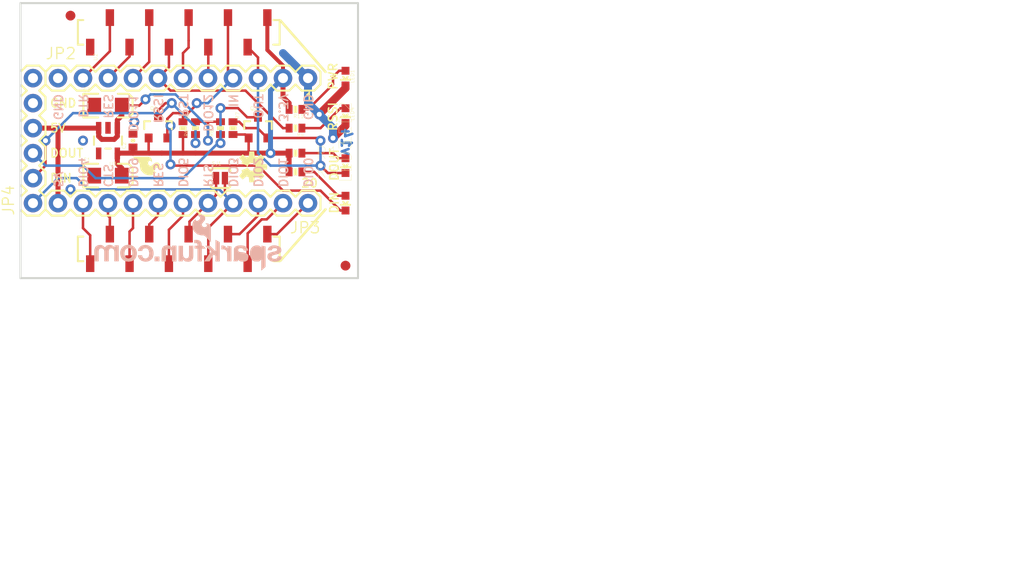
<source format=kicad_pcb>
(kicad_pcb (version 20211014) (generator pcbnew)
  (layers (0 "F.Cu" signal) (31 "B.Cu" signal) (34 "B.Paste" user) (35 "F.Paste" user) (36 "B.SilkS" user "B.Silkscreen") (37 "F.SilkS" user "F.Silkscreen") (38 "B.Mask" user) (39 "F.Mask" user) (44 "Edge.Cuts" user))
  (net 0 "")
  (net 1 "GND")
  (net 2 "RESET")
  (net 3 "5V")
  (net 4 "N$38")
  (net 5 "N$1")
  (net 6 "N$4")
  (net 7 "3.3V")
  (net 8 "DIO4")
  (net 9 "CTS")
  (net 10 "DIO9")
  (net 11 "DIO5")
  (net 12 "RTS")
  (net 13 "DIO3")
  (net 14 "DIO2")
  (net 15 "DIO1")
  (net 16 "DIO0")
  (net 17 "DTR")
  (net 18 "RES1")
  (net 19 "RES2")
  (net 20 "DIO11")
  (net 21 "RSSI")
  (net 22 "DIO12")
  (net 23 "N$2")
  (net 24 "OUT")
  (net 25 "IN")
  (net 26 "DOUT")
  (net 27 "DIN")
  (footprint "boardEagle:CREATIVE_COMMONS" (layer "F.Cu") (at 150.4061 148.1836)
    (fp_text reference "U$8" hide)
    (fp_text value "CREATIVE_COMMONS" hide)
  )
  (footprint "boardEagle:STAND-OFF" (layer "F.Cu") (at 161.8361 93.5736)
    (fp_text reference "U$10" hide)
    (fp_text value "STAND-OFF" hide)
    (pad "" np_thru_hole circle (at 0 0) (size 3.302 3.302) (drill 3.302) (layers *.Cu *.Mask))
  )
  (footprint "boardEagle:0402-CAP" (layer "F.Cu") (at 142.7861 105.0036 90)
    (fp_text reference "C2" (at -0.889 -0.6985 90) (layer "F.SilkS") (effects (font (size 0.373888 0.373888) (thickness 0.032512)) (justify left bottom)))
    (fp_text value "0.1uF")
    (pad "1" smd rect (at -0.65 0 90) (size 0.7 0.9) (layers "F.Cu" "F.Paste" "F.Mask") (net 7 "3.3V"))
    (pad "2" smd rect (at 0.65 0 90) (size 0.7 0.9) (layers "F.Cu" "F.Paste" "F.Mask") (net 1 "GND"))
  )
  (footprint "boardEagle:FIDUCIAL-1X2" (layer "F.Cu") (at 136.4361 92.3036)
    (fp_text reference "U$16" hide)
    (fp_text value "FIDUCIAL1X2" hide)
    (pad "1" smd roundrect (at 0 0) (size 1 1) (layers "F.Cu" "F.Mask") (roundrect_rratio 0.5))
  )
  (footprint "boardEagle:SFE-LOGO-FLAME" (layer "F.Cu") (at 142.7861 106.6546 -90)
    (fp_text reference "U$1" hide)
    (fp_text value "LOGO-SFESK" hide)
  )
  (footprint "boardEagle:0402-RES" (layer "F.Cu") (at 159.2961 101.8286 180)
    (fp_text reference "R11" (at -0.889 -0.6985) (layer "F.SilkS") (effects (font (size 0.376489 0.376489) (thickness 0.029911)) (justify right)))
    (fp_text value "1k")
    (pad "1" smd rect (at -0.65 0 180) (size 0.7 0.9) (layers "F.Cu" "F.Paste" "F.Mask") (net 4 "N$38"))
    (pad "2" smd rect (at 0.65 0 180) (size 0.7 0.9) (layers "F.Cu" "F.Paste" "F.Mask") (net 7 "3.3V"))
  )
  (footprint "boardEagle:STAND-OFF" (layer "F.Cu") (at 133.8961 93.5736)
    (fp_text reference "U$9" hide)
    (fp_text value "STAND-OFF" hide)
    (pad "" np_thru_hole circle (at 0 0) (size 3.302 3.302) (drill 3.302) (layers *.Cu *.Mask))
  )
  (footprint "boardEagle:0402-RES" (layer "F.Cu") (at 147.8661 103.7336 -90)
    (fp_text reference "R5" (at -0.889 -0.6985 -90) (layer "F.SilkS") (effects (font (size 0.373888 0.373888) (thickness 0.032512)) (justify left bottom)))
    (fp_text value "1k")
    (pad "1" smd rect (at -0.65 0 270) (size 0.7 0.9) (layers "F.Cu" "F.Paste" "F.Mask") (net 25 "IN"))
    (pad "2" smd rect (at 0.65 0 270) (size 0.7 0.9) (layers "F.Cu" "F.Paste" "F.Mask") (net 7 "3.3V"))
  )
  (footprint "boardEagle:OSHW-LOGO-S" (layer "F.Cu") (at 154.8511 107.6706 -90)
    (fp_text reference "U$3" hide)
    (fp_text value "OSHW-LOGOS" hide)
  )
  (footprint "boardEagle:SOT23-5" (layer "F.Cu") (at 140.2461 105.0036 180)
    (fp_text reference "U3" (at -0.889 -2.159 180) (layer "F.SilkS") (effects (font (size 0.373888 0.373888) (thickness 0.032512)) (justify right top)))
    (fp_text value "V_REG_LDOSMD")
    (pad "1" smd rect (at -0.95 1.3001 180) (size 0.55 1.2) (layers "F.Cu" "F.Paste" "F.Mask") (net 3 "5V"))
    (pad "2" smd rect (at 0 1.3001 180) (size 0.55 1.2) (layers "F.Cu" "F.Paste" "F.Mask") (net 1 "GND"))
    (pad "3" smd rect (at 0.95 1.3001 180) (size 0.55 1.2) (layers "F.Cu" "F.Paste" "F.Mask") (net 3 "5V"))
    (pad "4" smd rect (at 0.95 -1.3001 180) (size 0.55 1.2) (layers "F.Cu" "F.Paste" "F.Mask"))
    (pad "5" smd rect (at -0.95 -1.3001 180) (size 0.55 1.2) (layers "F.Cu" "F.Paste" "F.Mask") (net 7 "3.3V"))
  )
  (footprint "boardEagle:0402-RES" (layer "F.Cu") (at 152.9461 103.7336 -90)
    (fp_text reference "R7" (at -0.889 -0.6985 -90) (layer "F.SilkS") (effects (font (size 0.373888 0.373888) (thickness 0.032512)) (justify left bottom)))
    (fp_text value "1k")
    (pad "1" smd rect (at -0.65 0 270) (size 0.7 0.9) (layers "F.Cu" "F.Paste" "F.Mask") (net 24 "OUT"))
    (pad "2" smd rect (at 0.65 0 270) (size 0.7 0.9) (layers "F.Cu" "F.Paste" "F.Mask") (net 7 "3.3V"))
  )
  (footprint "boardEagle:0402-RES" (layer "F.Cu") (at 159.2961 103.7336 180)
    (fp_text reference "R4" (at -0.889 -0.6985) (layer "F.SilkS") (effects (font (size 0.376489 0.376489) (thickness 0.029911)) (justify right)))
    (fp_text value "1k")
    (pad "1" smd rect (at -0.65 0 180) (size 0.7 0.9) (layers "F.Cu" "F.Paste" "F.Mask") (net 23 "N$2"))
    (pad "2" smd rect (at 0.65 0 180) (size 0.7 0.9) (layers "F.Cu" "F.Paste" "F.Mask") (net 21 "RSSI"))
  )
  (footprint "boardEagle:0402-RES" (layer "F.Cu") (at 151.6761 103.7336 90)
    (fp_text reference "R8" (at -0.889 -0.6985 90) (layer "F.SilkS") (effects (font (size 0.373888 0.373888) (thickness 0.032512)) (justify left bottom)))
    (fp_text value "1k")
    (pad "1" smd rect (at -0.65 0 90) (size 0.7 0.9) (layers "F.Cu" "F.Paste" "F.Mask") (net 26 "DOUT"))
    (pad "2" smd rect (at 0.65 0 90) (size 0.7 0.9) (layers "F.Cu" "F.Paste" "F.Mask") (net 3 "5V"))
  )
  (footprint "boardEagle:1X06" (layer "F.Cu") (at 132.6261 111.3536 90)
    (fp_text reference "JP4" (at -1.3462 -1.8288 90) (layer "F.SilkS") (effects (font (size 1.143 1.143) (thickness 0.127)) (justify left bottom)))
    (fp_text value "")
    (pad "1" thru_hole circle (at 0 0 180) (size 1.8796 1.8796) (drill 1.016) (layers *.Cu *.Mask) (net 13 "DIO3"))
    (pad "2" thru_hole circle (at 2.54 0 180) (size 1.8796 1.8796) (drill 1.016) (layers *.Cu *.Mask) (net 27 "DIN"))
    (pad "3" thru_hole circle (at 5.08 0 180) (size 1.8796 1.8796) (drill 1.016) (layers *.Cu *.Mask) (net 26 "DOUT"))
    (pad "4" thru_hole circle (at 7.62 0 180) (size 1.8796 1.8796) (drill 1.016) (layers *.Cu *.Mask) (net 3 "5V"))
    (pad "5" thru_hole circle (at 10.16 0 180) (size 1.8796 1.8796) (drill 1.016) (layers *.Cu *.Mask) (net 1 "GND"))
    (pad "6" thru_hole circle (at 12.7 0 180) (size 1.8796 1.8796) (drill 1.016) (layers *.Cu *.Mask) (net 1 "GND"))
  )
  (footprint "boardEagle:1X11" (layer "F.Cu") (at 160.5661 111.3536 180)
    (fp_text reference "JP3" (at -1.3462 -1.8288 180) (layer "F.SilkS") (effects (font (size 1.143 1.143) (thickness 0.127)) (justify right top)))
    (fp_text value "M11PTH")
    (pad "1" thru_hole circle (at 0 0 270) (size 1.8796 1.8796) (drill 1.016) (layers *.Cu *.Mask) (net 16 "DIO0"))
    (pad "2" thru_hole circle (at 2.54 0 270) (size 1.8796 1.8796) (drill 1.016) (layers *.Cu *.Mask) (net 15 "DIO1"))
    (pad "3" thru_hole circle (at 5.08 0 270) (size 1.8796 1.8796) (drill 1.016) (layers *.Cu *.Mask) (net 14 "DIO2"))
    (pad "4" thru_hole circle (at 7.62 0 270) (size 1.8796 1.8796) (drill 1.016) (layers *.Cu *.Mask) (net 13 "DIO3"))
    (pad "5" thru_hole circle (at 10.16 0 270) (size 1.8796 1.8796) (drill 1.016) (layers *.Cu *.Mask) (net 12 "RTS"))
    (pad "6" thru_hole circle (at 12.7 0 270) (size 1.8796 1.8796) (drill 1.016) (layers *.Cu *.Mask) (net 11 "DIO5"))
    (pad "7" thru_hole circle (at 15.24 0 270) (size 1.8796 1.8796) (drill 1.016) (layers *.Cu *.Mask) (net 19 "RES2"))
    (pad "8" thru_hole circle (at 17.78 0 270) (size 1.8796 1.8796) (drill 1.016) (layers *.Cu *.Mask) (net 10 "DIO9"))
    (pad "9" thru_hole circle (at 20.32 0 270) (size 1.8796 1.8796) (drill 1.016) (layers *.Cu *.Mask) (net 9 "CTS"))
    (pad "10" thru_hole circle (at 22.86 0 270) (size 1.8796 1.8796) (drill 1.016) (layers *.Cu *.Mask) (net 8 "DIO4"))
    (pad "11" thru_hole circle (at 25.4 0 270) (size 1.8796 1.8796) (drill 1.016) (layers *.Cu *.Mask) (net 3 "5V"))
  )
  (footprint "boardEagle:LED-0603" (layer "F.Cu") (at 164.3761 111.3536 180)
    (fp_text reference "LED3" (at 0 2 90) (layer "F.SilkS") (effects (font (size 1.240089 1.240089) (thickness 0.029911)) (justify left)))
    (fp_text value "Green")
    (pad "A" smd rect (at 0 0.75 180) (size 0.8 0.8) (layers "F.Cu" "F.Paste" "F.Mask") (net 6 "N$4"))
    (pad "C" smd rect (at 0 -0.75 180) (size 0.8 0.8) (layers "F.Cu" "F.Paste" "F.Mask") (net 25 "IN"))
  )
  (footprint "boardEagle:FIDUCIAL-1X2" (layer "F.Cu") (at 164.3761 117.7036)
    (fp_text reference "U$7" hide)
    (fp_text value "FIDUCIAL1X2" hide)
    (pad "1" smd roundrect (at 0 0) (size 1 1) (layers "F.Cu" "F.Mask") (roundrect_rratio 0.5))
  )
  (footprint "boardEagle:EIA3216" (layer "F.Cu") (at 140.2461 108.5596)
    (fp_text reference "C1" (at -2.54 -1.381) (layer "F.SilkS") (effects (font (size 0.373888 0.373888) (thickness 0.032512)) (justify left bottom)))
    (fp_text value "10uF")
    (pad "A" smd rect (at 1.4 0 90) (size 1.6 1.4) (layers "F.Cu" "F.Paste" "F.Mask") (net 7 "3.3V"))
    (pad "C" smd rect (at -1.4 0 90) (size 1.6 1.4) (layers "F.Cu" "F.Paste" "F.Mask") (net 1 "GND"))
  )
  (footprint "boardEagle:0402-RES" (layer "F.Cu") (at 159.2961 108.1786)
    (fp_text reference "R3" (at 2 0) (layer "F.SilkS") (effects (font (size 1.240089 1.240089) (thickness 0.029911)) (justify left)))
    (fp_text value "1k")
    (pad "1" smd rect (at -0.65 0) (size 0.7 0.9) (layers "F.Cu" "F.Paste" "F.Mask") (net 7 "3.3V"))
    (pad "2" smd rect (at 0.65 0) (size 0.7 0.9) (layers "F.Cu" "F.Paste" "F.Mask") (net 6 "N$4"))
  )
  (footprint "boardEagle:XBEE-SMD" (layer "F.Cu") (at 136.4361 105.0036 -90)
    (fp_text reference "U2" (at -8.89 -2.54 90) (layer "F.SilkS") (effects (font (size 0.376489 0.376489) (thickness 0.029911)) (justify right)))
    (fp_text value "XBEE-1B3")
    (pad "1" smd rect (at -12.5 -20) (size 0.85 1.7) (layers "F.Cu" "F.Paste" "F.Mask") (net 7 "3.3V"))
    (pad "2" smd rect (at -9.5 -18) (size 0.85 1.7) (layers "F.Cu" "F.Paste" "F.Mask") (net 24 "OUT"))
    (pad "3" smd rect (at -12.5 -16) (size 0.85 1.7) (layers "F.Cu" "F.Paste" "F.Mask") (net 25 "IN"))
    (pad "4" smd rect (at -9.5 -14) (size 0.85 1.7) (layers "F.Cu" "F.Paste" "F.Mask") (net 22 "DIO12"))
    (pad "5" smd rect (at -12.5 -12) (size 0.85 1.7) (layers "F.Cu" "F.Paste" "F.Mask") (net 2 "RESET"))
    (pad "6" smd rect (at -9.5 -10) (size 0.85 1.7) (layers "F.Cu" "F.Paste" "F.Mask") (net 21 "RSSI"))
    (pad "7" smd rect (at -12.5 -8) (size 0.85 1.7) (layers "F.Cu" "F.Paste" "F.Mask") (net 20 "DIO11"))
    (pad "8" smd rect (at -9.5 -6) (size 0.85 1.7) (layers "F.Cu" "F.Paste" "F.Mask") (net 18 "RES1"))
    (pad "9" smd rect (at -12.5 -4) (size 0.85 1.7) (layers "F.Cu" "F.Paste" "F.Mask") (net 17 "DTR"))
    (pad "10" smd rect (at -9.5 -2) (size 0.85 1.7) (layers "F.Cu" "F.Paste" "F.Mask") (net 1 "GND"))
    (pad "11" smd rect (at 12.5 -2) (size 0.85 1.7) (layers "F.Cu" "F.Paste" "F.Mask") (net 8 "DIO4"))
    (pad "12" smd rect (at 9.5 -4) (size 0.85 1.7) (layers "F.Cu" "F.Paste" "F.Mask") (net 9 "CTS"))
    (pad "13" smd rect (at 12.5 -6) (size 0.85 1.7) (layers "F.Cu" "F.Paste" "F.Mask") (net 10 "DIO9"))
    (pad "14" smd rect (at 9.5 -8) (size 0.85 1.7) (layers "F.Cu" "F.Paste" "F.Mask") (net 19 "RES2"))
    (pad "15" smd rect (at 12.5 -10) (size 0.85 1.7) (layers "F.Cu" "F.Paste" "F.Mask") (net 11 "DIO5"))
    (pad "16" smd rect (at 9.5 -12) (size 0.85 1.7) (layers "F.Cu" "F.Paste" "F.Mask") (net 12 "RTS"))
    (pad "17" smd rect (at 12.5 -14) (size 0.85 1.7) (layers "F.Cu" "F.Paste" "F.Mask") (net 13 "DIO3"))
    (pad "18" smd rect (at 9.5 -16) (size 0.85 1.7) (layers "F.Cu" "F.Paste" "F.Mask") (net 14 "DIO2"))
    (pad "19" smd rect (at 12.5 -18) (size 0.85 1.7) (layers "F.Cu" "F.Paste" "F.Mask") (net 15 "DIO1"))
    (pad "20" smd rect (at 9.5 -20) (size 0.85 1.7) (layers "F.Cu" "F.Paste" "F.Mask") (net 16 "DIO0"))
  )
  (footprint "boardEagle:SOT23-3" (layer "F.Cu") (at 155.4861 103.7336)
    (fp_text reference "Q2" (at -0.8255 -1.778) (layer "F.SilkS") (effects (font (size 0.373888 0.373888) (thickness 0.032512)) (justify left bottom)))
    (fp_text value "MOSFET-NCHANNELSMD")
    (pad "1" smd rect (at -0.95 1) (size 0.8 0.9) (layers "F.Cu" "F.Paste" "F.Mask") (net 7 "3.3V"))
    (pad "2" smd rect (at 0.95 1) (size 0.8 0.9) (layers "F.Cu" "F.Paste" "F.Mask") (net 24 "OUT"))
    (pad "3" smd rect (at 0 -1.1) (size 0.8 0.9) (layers "F.Cu" "F.Paste" "F.Mask") (net 26 "DOUT"))
  )
  (footprint "boardEagle:0402-RES" (layer "F.Cu") (at 149.1361 103.7336 90)
    (fp_text reference "R6" (at -0.889 -0.6985 90) (layer "F.SilkS") (effects (font (size 0.373888 0.373888) (thickness 0.032512)) (justify left bottom)))
    (fp_text value "1k")
    (pad "1" smd rect (at -0.65 0 90) (size 0.7 0.9) (layers "F.Cu" "F.Paste" "F.Mask") (net 27 "DIN"))
    (pad "2" smd rect (at 0.65 0 90) (size 0.7 0.9) (layers "F.Cu" "F.Paste" "F.Mask") (net 3 "5V"))
  )
  (footprint "boardEagle:1X11" (layer "F.Cu") (at 135.1661 98.6536)
    (fp_text reference "JP2" (at -1.3462 -1.8288) (layer "F.SilkS") (effects (font (size 1.143 1.143) (thickness 0.127)) (justify left bottom)))
    (fp_text value "M11PTH")
    (pad "1" thru_hole circle (at 0 0 90) (size 1.8796 1.8796) (drill 1.016) (layers *.Cu *.Mask) (net 1 "GND"))
    (pad "2" thru_hole circle (at 2.54 0 90) (size 1.8796 1.8796) (drill 1.016) (layers *.Cu *.Mask) (net 17 "DTR"))
    (pad "3" thru_hole circle (at 5.08 0 90) (size 1.8796 1.8796) (drill 1.016) (layers *.Cu *.Mask) (net 18 "RES1"))
    (pad "4" thru_hole circle (at 7.62 0 90) (size 1.8796 1.8796) (drill 1.016) (layers *.Cu *.Mask) (net 20 "DIO11"))
    (pad "5" thru_hole circle (at 10.16 0 90) (size 1.8796 1.8796) (drill 1.016) (layers *.Cu *.Mask) (net 21 "RSSI"))
    (pad "6" thru_hole circle (at 12.7 0 90) (size 1.8796 1.8796) (drill 1.016) (layers *.Cu *.Mask) (net 2 "RESET"))
    (pad "7" thru_hole circle (at 15.24 0 90) (size 1.8796 1.8796) (drill 1.016) (layers *.Cu *.Mask) (net 22 "DIO12"))
    (pad "8" thru_hole circle (at 17.78 0 90) (size 1.8796 1.8796) (drill 1.016) (layers *.Cu *.Mask) (net 25 "IN"))
    (pad "9" thru_hole circle (at 20.32 0 90) (size 1.8796 1.8796) (drill 1.016) (layers *.Cu *.Mask) (net 24 "OUT"))
    (pad "10" thru_hole circle (at 22.86 0 90) (size 1.8796 1.8796) (drill 1.016) (layers *.Cu *.Mask) (net 7 "3.3V"))
    (pad "11" thru_hole circle (at 25.4 0 90) (size 1.8796 1.8796) (drill 1.016) (layers *.Cu *.Mask) (net 1 "GND"))
  )
  (footprint "boardEagle:LED-0603" (layer "F.Cu") (at 164.3761 107.5436 180)
    (fp_text reference "LED2" (at 0 2 90) (layer "F.SilkS") (effects (font (size 1.240089 1.240089) (thickness 0.029911)) (justify left)))
    (fp_text value "Red")
    (pad "A" smd rect (at 0 0.75 180) (size 0.8 0.8) (layers "F.Cu" "F.Paste" "F.Mask") (net 5 "N$1"))
    (pad "C" smd rect (at 0 -0.75 180) (size 0.8 0.8) (layers "F.Cu" "F.Paste" "F.Mask") (net 24 "OUT"))
  )
  (footprint "boardEagle:0402-RES" (layer "F.Cu") (at 159.2961 106.2736)
    (fp_text reference "R1" (at 2 0) (layer "F.SilkS") (effects (font (size 1.240089 1.240089) (thickness 0.029911)) (justify left)))
    (fp_text value "1k")
    (pad "1" smd rect (at -0.65 0) (size 0.7 0.9) (layers "F.Cu" "F.Paste" "F.Mask") (net 7 "3.3V"))
    (pad "2" smd rect (at 0.65 0) (size 0.7 0.9) (layers "F.Cu" "F.Paste" "F.Mask") (net 5 "N$1"))
  )
  (footprint "boardEagle:LED-0603" (layer "F.Cu") (at 164.3761 102.4636 180)
    (fp_text reference "LED4" (at -0.6985 0.889 90) (layer "F.SilkS") (effects (font (size 0.376489 0.376489) (thickness 0.029911)) (justify right)))
    (fp_text value "Green")
    (pad "A" smd rect (at 0 0.75 180) (size 0.8 0.8) (layers "F.Cu" "F.Paste" "F.Mask") (net 23 "N$2"))
    (pad "C" smd rect (at 0 -0.75 180) (size 0.8 0.8) (layers "F.Cu" "F.Paste" "F.Mask") (net 1 "GND"))
  )
  (footprint "boardEagle:EIA3216" (layer "F.Cu") (at 140.2461 101.4476)
    (fp_text reference "C3" (at -2.54 -1.381) (layer "F.SilkS") (effects (font (size 0.373888 0.373888) (thickness 0.032512)) (justify left bottom)))
    (fp_text value "10uF")
    (pad "A" smd rect (at 1.4 0 90) (size 1.6 1.4) (layers "F.Cu" "F.Paste" "F.Mask") (net 3 "5V"))
    (pad "C" smd rect (at -1.4 0 90) (size 1.6 1.4) (layers "F.Cu" "F.Paste" "F.Mask") (net 1 "GND"))
  )
  (footprint "boardEagle:STAND-OFF" (layer "F.Cu") (at 133.8961 116.4336)
    (fp_text reference "U$5" hide)
    (fp_text value "STAND-OFF" hide)
    (pad "" np_thru_hole circle (at 0 0) (size 3.302 3.302) (drill 3.302) (layers *.Cu *.Mask))
  )
  (footprint "boardEagle:SJ_2S-NO" (layer "F.Cu") (at 151.6761 108.8136)
    (fp_text reference "SJ1" (at -0.908 -1.27) (layer "F.SilkS") (effects (font (size 0.373888 0.373888) (thickness 0.032512)) (justify left bottom)))
    (fp_text value "SOLDERJUMPERNO")
    (pad "1" smd rect (at -0.45 0) (size 0.635 1.27) (layers "F.Cu" "F.Mask") (net 12 "RTS"))
    (pad "2" smd rect (at 0.45 0) (size 0.635 1.27) (layers "F.Cu" "F.Mask") (net 13 "DIO3"))
  )
  (footprint "boardEagle:SOT23-3" (layer "F.Cu") (at 145.3261 103.7336)
    (fp_text reference "Q1" (at -0.8255 -1.778) (layer "F.SilkS") (effects (font (size 0.373888 0.373888) (thickness 0.032512)) (justify left bottom)))
    (fp_text value "MOSFET-NCHANNELSMD")
    (pad "1" smd rect (at -0.95 1) (size 0.8 0.9) (layers "F.Cu" "F.Paste" "F.Mask") (net 7 "3.3V"))
    (pad "2" smd rect (at 0.95 1) (size 0.8 0.9) (layers "F.Cu" "F.Paste" "F.Mask") (net 25 "IN"))
    (pad "3" smd rect (at 0 -1.1) (size 0.8 0.9) (layers "F.Cu" "F.Paste" "F.Mask") (net 27 "DIN"))
  )
  (footprint "boardEagle:STAND-OFF" (layer "F.Cu") (at 161.8361 116.4336)
    (fp_text reference "U$11" hide)
    (fp_text value "STAND-OFF" hide)
    (pad "" np_thru_hole circle (at 0 0) (size 3.302 3.302) (drill 3.302) (layers *.Cu *.Mask))
  )
  (footprint "boardEagle:LED-0603" (layer "F.Cu") (at 164.3761 98.6536 180)
    (fp_text reference "LED1" (at -0.6985 0.889 90) (layer "F.SilkS") (effects (font (size 0.376489 0.376489) (thickness 0.029911)) (justify right)))
    (fp_text value "Red")
    (pad "A" smd rect (at 0 0.75 180) (size 0.8 0.8) (layers "F.Cu" "F.Paste" "F.Mask") (net 4 "N$38"))
    (pad "C" smd rect (at 0 -0.75 180) (size 0.8 0.8) (layers "F.Cu" "F.Paste" "F.Mask") (net 1 "GND"))
  )
  (footprint "boardEagle:SFE-NEW-WEBLOGO" (layer "B.Cu") (at 157.8991 118.2116 180)
    (fp_text reference "U$4" hide)
    (fp_text value "LOGO-SFENEW" hide)
  )
  (gr_line (start 157.7721 117.1956) (end 162.3441 111.9886) (layer "F.SilkS") (width 0.254))
  (gr_line (start 157.7721 92.8116) (end 162.3441 98.0186) (layer "F.SilkS") (width 0.254))
  (gr_line (start 165.6461 118.9736) (end 165.6461 91.0336) (layer "Edge.Cuts") (width 0.2032))
  (gr_line (start 131.3561 91.0336) (end 165.6461 91.0336) (layer "Edge.Cuts") (width 0.2032))
  (gr_line (start 131.3561 118.9736) (end 165.6461 118.9736) (layer "Edge.Cuts") (width 0.2032))
  (gr_line (start 131.3561 91.0336) (end 131.3561 118.9736) (layer "Edge.Cuts") (width 0.2032))
  (gr_text "v14" (at 163.8681 106.6546 -90) (layer "B.Cu") (effects (font (size 1.016 1.016) (thickness 0.254)) (justify left bottom mirror)))
  (gr_text "RSSI" (at 145.8341 100.1776 -90) (layer "B.SilkS") (effects (font (size 0.8636 0.8636) (thickness 0.1524)) (justify right top mirror)))
  (gr_text "DIO5" (at 147.3581 109.8296 -90) (layer "B.SilkS") (effects (font (size 0.8636 0.8636) (thickness 0.1524)) (justify left bottom mirror)))
  (gr_text "DTR" (at 138.2141 100.1776 -90) (layer "B.SilkS") (effects (font (size 0.8636 0.8636) (thickness 0.1524)) (justify right top mirror)))
  (gr_text "5V" (at 134.6581 109.8296 -90) (layer "B.SilkS") (effects (font (size 0.8636 0.8636) (thickness 0.1524)) (justify left bottom mirror)))
  (gr_text "RTS" (at 149.8981 109.8296 -90) (layer "B.SilkS") (effects (font (size 0.8636 0.8636) (thickness 0.1524)) (justify left bottom mirror)))
  (gr_text "GND" (at 161.0741 100.1776 -90) (layer "B.SilkS") (effects (font (size 0.8636 0.8636) (thickness 0.1524)) (justify right top mirror)))
  (gr_text "IN" (at 153.4541 100.1776 -90) (layer "B.SilkS") (effects (font (size 0.8636 0.8636) (thickness 0.1524)) (justify right top mirror)))
  (gr_text "OUT" (at 155.9941 100.1776 -90) (layer "B.SilkS") (effects (font (size 0.8636 0.8636) (thickness 0.1524)) (justify right top mirror)))
  (gr_text "DIO12" (at 150.9141 100.1776 -90) (layer "B.SilkS") (effects (font (size 0.8636 0.8636) (thickness 0.1524)) (justify right top mirror)))
  (gr_text "DIO1" (at 157.5181 109.8296 -90) (layer "B.SilkS") (effects (font (size 0.8636 0.8636) (thickness 0.1524)) (justify left bottom mirror)))
  (gr_text "DIO11" (at 143.2941 100.1776 -90) (layer "B.SilkS") (effects (font (size 0.8636 0.8636) (thickness 0.1524)) (justify right top mirror)))
  (gr_text "3.3V" (at 158.5341 100.1776 -90) (layer "B.SilkS") (effects (font (size 0.8636 0.8636) (thickness 0.1524)) (justify right top mirror)))
  (gr_text "CTS" (at 139.7381 109.8296 -90) (layer "B.SilkS") (effects (font (size 0.8636 0.8636) (thickness 0.1524)) (justify left bottom mirror)))
  (gr_text "RES" (at 140.7541 100.1776 -90) (layer "B.SilkS") (effects (font (size 0.8636 0.8636) (thickness 0.1524)) (justify right top mirror)))
  (gr_text "DIO3" (at 152.4381 109.8296 -90) (layer "B.SilkS") (effects (font (size 0.8636 0.8636) (thickness 0.1524)) (justify left bottom mirror)))
  (gr_text "RES" (at 144.8181 109.8296 -90) (layer "B.SilkS") (effects (font (size 0.8636 0.8636) (thickness 0.1524)) (justify left bottom mirror)))
  (gr_text "DIO4" (at 137.1981 109.8296 -90) (layer "B.SilkS") (effects (font (size 0.8636 0.8636) (thickness 0.1524)) (justify left bottom mirror)))
  (gr_text "DIO0" (at 160.0581 109.8296 -90) (layer "B.SilkS") (effects (font (size 0.8636 0.8636) (thickness 0.1524)) (justify left bottom mirror)))
  (gr_text "GND" (at 135.6741 100.1776 -90) (layer "B.SilkS") (effects (font (size 0.8636 0.8636) (thickness 0.1524)) (justify right top mirror)))
  (gr_text "DIO9" (at 142.2781 109.8296 -90) (layer "B.SilkS") (effects (font (size 0.8636 0.8636) (thickness 0.1524)) (justify left bottom mirror)))
  (gr_text "DIO2" (at 154.9781 109.8296 -90) (layer "B.SilkS") (effects (font (size 0.8636 0.8636) (thickness 0.1524)) (justify left bottom mirror)))
  (gr_text "RST" (at 148.3741 100.1776 -90) (layer "B.SilkS") (effects (font (size 0.8636 0.8636) (thickness 0.1524)) (justify right top mirror)))
  (gr_text "5V" (at 134.2771 104.2416) (layer "F.SilkS") (effects (font (size 0.8636 0.8636) (thickness 0.1524)) (justify left bottom)))
  (gr_text "GND" (at 134.2771 101.7016) (layer "F.SilkS") (effects (font (size 0.8636 0.8636) (thickness 0.1524)) (justify left bottom)))
  (gr_text "DOUT" (at 163.7411 109.1946 90) (layer "F.SilkS") (effects (font (size 0.8636 0.8636) (thickness 0.1524)) (justify left bottom)))
  (gr_text "20" (at 159.8041 109.8296) (layer "F.SilkS") (effects (font (size 0.8636 0.8636) (thickness 0.1524)) (justify left bottom)))
  (gr_text "RSSI" (at 163.6141 104.1146 90) (layer "F.SilkS") (effects (font (size 0.8636 0.8636) (thickness 0.1524)) (justify left bottom)))
  (gr_text "DIN" (at 163.7411 112.4966 90) (layer "F.SilkS") (effects (font (size 0.8636 0.8636) (thickness 0.1524)) (justify left bottom)))
  (gr_text "PWR" (at 163.6141 99.9236 90) (layer "F.SilkS") (effects (font (size 0.8636 0.8636) (thickness 0.1524)) (justify left bottom)))
  (gr_text "DOUT" (at 134.2771 106.7816) (layer "F.SilkS") (effects (font (size 0.8636 0.8636) (thickness 0.1524)) (justify left bottom)))
  (gr_text "DIN" (at 134.2771 109.3216) (layer "F.SilkS") (effects (font (size 0.8636 0.8636) (thickness 0.1524)) (justify left bottom)))
  (gr_text "1" (at 160.1851 101.0666) (layer "F.SilkS") (effects (font (size 0.8636 0.8636) (thickness 0.1524)) (justify left bottom)))
  (segment (start 164.3761 99.6696) (end 161.7091 102.3366) (width 0.8128) (layer "F.Cu") (net 1))
  (segment (start 164.3761 99.4036) (end 164.3761 99.6696) (width 0.8128) (layer "F.Cu") (net 1))
  (segment (start 164.3761 103.2136) (end 164.3761 103.4796) (width 0.8128) (layer "F.Cu") (net 1))
  (segment (start 164.3761 103.4796) (end 163.1061 104.7496) (width 0.8128) (layer "F.Cu") (net 1))
  (via (at 161.7091 102.3366) (size 1.016) (drill 0.508) (layers "F.Cu" "B.Cu") (net 1))
  (via (at 137.7061 105.0036) (size 1.016) (drill 0.508) (layers "F.Cu" "B.Cu") (net 1))
  (via (at 142.9131 103.0986) (size 1.016) (drill 0.508) (layers "F.Cu" "B.Cu") (net 1))
  (via (at 136.4361 109.9566) (size 1.016) (drill 0.508) (layers "F.Cu" "B.Cu") (net 1))
  (via (at 163.1061 104.7496) (size 1.016) (drill 0.508) (layers "F.Cu" "B.Cu") (net 1))
  (segment (start 161.7091 102.3366) (end 163.1061 103.7336) (width 0.8128) (layer "B.Cu") (net 1))
  (segment (start 163.1061 103.7336) (end 163.1061 104.7496) (width 0.8128) (layer "B.Cu") (net 1))
  (segment (start 160.5661 101.1936) (end 161.7091 102.3366) (width 0.8128) (layer "B.Cu") (net 1))
  (segment (start 160.5661 98.6536) (end 160.5661 101.1936) (width 0.8128) (layer "B.Cu") (net 1))
  (segment (start 160.5661 98.6536) (end 158.0261 96.1136) (width 0.8128) (layer "B.Cu") (net 1))
  (segment (start 148.4361 95.5436) (end 148.4361 94.8436) (width 0.254) (layer "F.Cu") (net 2))
  (segment (start 148.4361 94.8436) (end 148.4361 92.5036) (width 0.254) (layer "F.Cu") (net 2))
  (segment (start 147.8661 96.1136) (end 148.4361 95.5436) (width 0.254) (layer "F.Cu") (net 2))
  (segment (start 147.8661 98.6536) (end 147.8661 96.1136) (width 0.254) (layer "F.Cu") (net 2))
  (segment (start 140.8811 104.8766) (end 141.1961 104.5616) (width 0.508) (layer "F.Cu") (net 3))
  (segment (start 151.6761 103.0836) (end 150.4061 103.0836) (width 0.254) (layer "F.Cu") (net 3))
  (segment (start 141.6461 102.4606) (end 141.6461 101.4476) (width 0.508) (layer "F.Cu") (net 3))
  (segment (start 150.4061 103.0836) (end 149.1361 103.0836) (width 0.254) (layer "F.Cu") (net 3))
  (segment (start 141.1961 104.5616) (end 141.1961 103.7035) (width 0.508) (layer "F.Cu") (net 3))
  (segment (start 150.4061 105.0036) (end 150.4061 103.0836) (width 0.254) (layer "F.Cu") (net 3))
  (segment (start 143.4211 101.4476) (end 144.0561 100.8126) (width 0.254) (layer "F.Cu") (net 3))
  (segment (start 139.2301 103.7336) (end 139.2602 103.7035) (width 0.508) (layer "F.Cu") (net 3))
  (segment (start 141.6461 101.4476) (end 143.4211 101.4476) (width 0.254) (layer "F.Cu") (net 3))
  (segment (start 139.2602 103.7035) (end 139.2961 103.7035) (width 0.508) (layer "F.Cu") (net 3))
  (segment (start 139.6111 104.8766) (end 140.8811 104.8766) (width 0.508) (layer "F.Cu") (net 3))
  (segment (start 141.1961 102.9106) (end 141.6461 102.4606) (width 0.508) (layer "F.Cu") (net 3))
  (segment (start 135.1661 103.7336) (end 132.6261 103.7336) (width 0.508) (layer "F.Cu") (net 3))
  (segment (start 139.2961 104.5616) (end 139.6111 104.8766) (width 0.508) (layer "F.Cu") (net 3))
  (segment (start 135.1661 103.7336) (end 139.2301 103.7336) (width 0.508) (layer "F.Cu") (net 3))
  (segment (start 141.1961 103.7035) (end 141.1961 102.9106) (width 0.508) (layer "F.Cu") (net 3))
  (segment (start 139.2961 103.7035) (end 139.2961 104.5616) (width 0.508) (layer "F.Cu") (net 3))
  (segment (start 135.1661 111.3536) (end 135.1661 103.7336) (width 0.508) (layer "F.Cu") (net 3))
  (via (at 144.0561 100.8126) (size 1.016) (drill 0.508) (layers "F.Cu" "B.Cu") (net 3))
  (via (at 150.4061 105.0036) (size 1.016) (drill 0.508) (layers "F.Cu" "B.Cu") (net 3))
  (segment (start 144.9451 100.3046) (end 144.5641 100.3046) (width 0.254) (layer "B.Cu") (net 3))
  (segment (start 145.5801 100.3046) (end 144.9451 100.3046) (width 0.254) (layer "B.Cu") (net 3))
  (segment (start 147.1041 100.3046) (end 145.5801 100.3046) (width 0.254) (layer "B.Cu") (net 3))
  (segment (start 144.5641 100.3046) (end 144.0561 100.8126) (width 0.254) (layer "B.Cu") (net 3))
  (segment (start 150.4061 103.6066) (end 147.1041 100.3046) (width 0.254) (layer "B.Cu") (net 3))
  (segment (start 150.4061 103.6066) (end 150.4061 105.0036) (width 0.254) (layer "B.Cu") (net 3))
  (segment (start 159.9461 101.8286) (end 160.5661 101.8286) (width 0.254) (layer "F.Cu") (net 4))
  (segment (start 163.7291 97.9036) (end 164.3761 97.9036) (width 0.254) (layer "F.Cu") (net 4))
  (segment (start 163.1061 99.2886) (end 163.1061 98.5266) (width 0.254) (layer "F.Cu") (net 4))
  (segment (start 163.1061 98.5266) (end 163.7291 97.9036) (width 0.254) (layer "F.Cu") (net 4))
  (segment (start 160.5661 101.8286) (end 163.1061 99.2886) (width 0.254) (layer "F.Cu") (net 4))
  (segment (start 163.1061 106.2736) (end 163.6261 106.7936) (width 0.254) (layer "F.Cu") (net 5))
  (segment (start 163.6261 106.7936) (end 164.3761 106.7936) (width 0.254) (layer "F.Cu") (net 5))
  (segment (start 159.9461 106.2736) (end 163.1061 106.2736) (width 0.254) (layer "F.Cu") (net 5))
  (segment (start 163.6261 110.6036) (end 164.3761 110.6036) (width 0.254) (layer "F.Cu") (net 6))
  (segment (start 161.2011 108.1786) (end 163.6261 110.6036) (width 0.254) (layer "F.Cu") (net 6))
  (segment (start 159.9461 108.1786) (end 161.2011 108.1786) (width 0.254) (layer "F.Cu") (net 6))
  (segment (start 158.6461 106.2736) (end 158.6461 108.1786) (width 0.508) (layer "F.Cu") (net 7))
  (segment (start 147.8661 104.3836) (end 147.8661 106.2736) (width 0.254) (layer "F.Cu") (net 7))
  (segment (start 141.232 106.3037) (end 141.2621 106.2736) (width 0.508) (layer "F.Cu") (net 7))
  (segment (start 158.0261 100.5736) (end 158.6461 101.1936) (width 0.508) (layer "F.Cu") (net 7))
  (segment (start 154.5361 104.7336) (end 154.5361 106.2126) (width 0.254) (layer "F.Cu") (net 7))
  (segment (start 144.3761 104.7336) (end 144.3761 106.2126) (width 0.254) (layer "F.Cu") (net 7))
  (segment (start 141.3891 107.5436) (end 141.1961 107.3506) (width 0.508) (layer "F.Cu") (net 7))
  (segment (start 141.1961 107.3506) (end 141.1961 106.3037) (width 0.508) (layer "F.Cu") (net 7))
  (segment (start 145.7071 106.2736) (end 147.8661 106.2736) (width 0.508) (layer "F.Cu") (net 7))
  (segment (start 152.9461 104.3836) (end 154.1861 104.3836) (width 0.254) (layer "F.Cu") (net 7))
  (segment (start 154.5971 106.2736) (end 156.7561 106.2736) (width 0.508) (layer "F.Cu") (net 7))
  (segment (start 141.3891 107.5436) (end 141.2621 107.4166) (width 0.508) (layer "F.Cu") (net 7))
  (segment (start 156.4361 95.7936) (end 156.4361 92.5036) (width 0.4064) (layer "F.Cu") (net 7))
  (segment (start 145.6461 106.2126) (end 145.7071 106.2736) (width 0.254) (layer "F.Cu") (net 7))
  (segment (start 158.0261 98.6536) (end 158.0261 97.3836) (width 0.4064) (layer "F.Cu") (net 7))
  (segment (start 147.8661 106.2736) (end 149.1361 106.2736) (width 0.508) (layer "F.Cu") (net 7))
  (segment (start 141.1961 106.3037) (end 141.4192 106.3037) (width 0.508) (layer "F.Cu") (net 7))
  (segment (start 156.7561 106.2736) (end 158.6461 106.2736) (width 0.508) (layer "F.Cu") (net 7))
  (segment (start 141.6461 107.8006) (end 141.3891 107.5436) (width 0.508) (layer "F.Cu") (net 7))
  (segment (start 142.7861 106.2736) (end 142.7861 105.6536) (width 0.508) (layer "F.Cu") (net 7))
  (segment (start 154.5361 106.2126) (end 154.5971 106.2736) (width 0.254) (layer "F.Cu") (net 7))
  (segment (start 144.3761 106.2126) (end 144.4371 106.2736) (width 0.254) (layer "F.Cu") (net 7))
  (segment (start 141.2621 106.2736) (end 142.7861 106.2736) (width 0.508) (layer "F.Cu") (net 7))
  (segment (start 154.1861 104.3836) (end 154.5361 104.7336) (width 0.254) (layer "F.Cu") (net 7))
  (segment (start 142.7861 106.2736) (end 144.4371 106.2736) (width 0.508) (layer "F.Cu") (net 7))
  (segment (start 144.4371 106.2736) (end 145.7071 106.2736) (width 0.508) (layer "F.Cu") (net 7))
  (segment (start 141.6461 108.5596) (end 141.6461 107.8006) (width 0.508) (layer "F.Cu") (net 7))
  (segment (start 158.0261 98.6536) (end 158.0261 100.5736) (width 0.508) (layer "F.Cu") (net 7))
  (segment (start 149.1361 106.2736) (end 154.5971 106.2736) (width 0.508) (layer "F.Cu") (net 7))
  (segment (start 141.1961 106.3037) (end 141.232 106.3037) (width 0.508) (layer "F.Cu") (net 7))
  (segment (start 158.6461 101.1936) (end 158.6461 101.8286) (width 0.508) (layer "F.Cu") (net 7))
  (segment (start 158.0261 97.3836) (end 156.4361 95.7936) (width 0.4064) (layer "F.Cu") (net 7))
  (via (at 156.7561 106.2736) (size 1.016) (drill 0.508) (layers "F.Cu" "B.Cu") (net 7))
  (segment (start 156.7561 99.9236) (end 158.0261 98.6536) (width 0.508) (layer "B.Cu") (net 7))
  (segment (start 156.7561 106.2736) (end 156.7561 99.9236) (width 0.508) (layer "B.Cu") (net 7))
  (segment (start 137.7061 113.8936) (end 137.7061 111.3536) (width 0.254) (layer "F.Cu") (net 8))
  (segment (start 138.4361 114.6236) (end 137.7061 113.8936) (width 0.254) (layer "F.Cu") (net 8))
  (segment (start 138.4361 117.5036) (end 138.4361 114.6236) (width 0.254) (layer "F.Cu") (net 8))
  (segment (start 140.2461 112.6236) (end 140.2461 111.3536) (width 0.254) (layer "F.Cu") (net 9))
  (segment (start 140.4361 114.5036) (end 140.4361 112.8136) (width 0.254) (layer "F.Cu") (net 9))
  (segment (start 140.4361 112.8136) (end 140.2461 112.6236) (width 0.254) (layer "F.Cu") (net 9))
  (segment (start 142.4361 114.2436) (end 142.7861 113.8936) (width 0.254) (layer "F.Cu") (net 10))
  (segment (start 142.7861 113.8936) (end 142.7861 111.3536) (width 0.254) (layer "F.Cu") (net 10))
  (segment (start 142.4361 117.5036) (end 142.4361 114.2436) (width 0.254) (layer "F.Cu") (net 10))
  (segment (start 146.4361 117.5036) (end 146.4361 114.0536) (width 0.254) (layer "F.Cu") (net 11))
  (segment (start 147.8661 112.6236) (end 147.8661 111.3536) (width 0.254) (layer "F.Cu") (net 11))
  (segment (start 146.4361 114.0536) (end 147.8661 112.6236) (width 0.254) (layer "F.Cu") (net 11))
  (segment (start 151.2261 110.5336) (end 151.2261 108.8136) (width 0.254) (layer "F.Cu") (net 12))
  (segment (start 150.4061 111.3536) (end 151.2261 110.5336) (width 0.254) (layer "F.Cu") (net 12))
  (segment (start 148.5261 113.2336) (end 150.4061 111.3536) (width 0.254) (layer "F.Cu") (net 12))
  (segment (start 148.4361 114.5036) (end 148.5261 114.5036) (width 0.254) (layer "F.Cu") (net 12))
  (segment (start 148.5261 114.5036) (end 148.5261 113.2336) (width 0.254) (layer "F.Cu") (net 12))
  (segment (start 152.9461 111.3536) (end 150.4361 113.8636) (width 0.254) (layer "F.Cu") (net 13))
  (segment (start 150.4361 113.8636) (end 150.4361 117.5036) (width 0.254) (layer "F.Cu") (net 13))
  (segment (start 152.9461 111.3536) (end 152.1261 110.5336) (width 0.254) (layer "F.Cu") (net 13))
  (segment (start 152.1261 110.5336) (end 152.1261 108.8136) (width 0.254) (layer "F.Cu") (net 13))
  (segment (start 151.5491 109.9566) (end 152.9461 111.3536) (width 0.254) (layer "B.Cu") (net 13))
  (segment (start 132.6261 111.3536) (end 135.1661 108.8136) (width 0.254) (layer "B.Cu") (net 13))
  (segment (start 138.2141 109.9566) (end 151.5491 109.9566) (width 0.254) (layer "B.Cu") (net 13))
  (segment (start 137.0711 108.8136) (end 138.2141 109.9566) (width 0.254) (layer "B.Cu") (net 13))
  (segment (start 135.1661 108.8136) (end 137.0711 108.8136) (width 0.254) (layer "B.Cu") (net 13))
  (segment (start 153.6061 114.5036) (end 155.4861 112.6236) (width 0.254) (layer "F.Cu") (net 14))
  (segment (start 152.4361 114.5036) (end 153.6061 114.5036) (width 0.254) (layer "F.Cu") (net 14))
  (segment (start 155.4861 112.6236) (end 155.4861 111.3536) (width 0.254) (layer "F.Cu") (net 14))
  (segment (start 155.8671 113.0046) (end 156.3751 113.0046) (width 0.254) (layer "F.Cu") (net 15))
  (segment (start 154.4361 117.5036) (end 154.4361 114.4356) (width 0.254) (layer "F.Cu") (net 15))
  (segment (start 156.3751 113.0046) (end 158.0261 111.3536) (width 0.254) (layer "F.Cu") (net 15))
  (segment (start 154.4361 114.4356) (end 155.8671 113.0046) (width 0.254) (layer "F.Cu") (net 15))
  (segment (start 156.4361 114.5036) (end 157.4161 114.5036) (width 0.254) (layer "F.Cu") (net 16))
  (segment (start 157.4161 114.5036) (end 160.5661 111.3536) (width 0.254) (layer "F.Cu") (net 16))
  (segment (start 137.7061 98.6536) (end 140.4361 95.9236) (width 0.254) (layer "F.Cu") (net 17))
  (segment (start 140.4361 95.9236) (end 140.4361 92.5036) (width 0.254) (layer "F.Cu") (net 17))
  (segment (start 140.2461 98.6536) (end 142.4361 96.4636) (width 0.254) (layer "F.Cu") (net 18))
  (segment (start 142.4361 96.4636) (end 142.4361 95.5036) (width 0.254) (layer "F.Cu") (net 18))
  (segment (start 145.3261 112.6236) (end 145.3261 111.3536) (width 0.254) (layer "F.Cu") (net 19))
  (segment (start 144.4361 113.5136) (end 145.3261 112.6236) (width 0.254) (layer "F.Cu") (net 19))
  (segment (start 144.4361 114.5036) (end 144.4361 113.5136) (width 0.254) (layer "F.Cu") (net 19))
  (segment (start 142.7861 98.6536) (end 144.4361 97.0036) (width 0.254) (layer "F.Cu") (net 20))
  (segment (start 144.4361 97.0036) (end 144.4361 92.5036) (width 0.254) (layer "F.Cu") (net 20))
  (segment (start 158.0261 103.7336) (end 154.2161 99.9236) (width 0.254) (layer "F.Cu") (net 21))
  (segment (start 158.6461 103.7336) (end 158.0261 103.7336) (width 0.254) (layer "F.Cu") (net 21))
  (segment (start 154.2161 99.9236) (end 146.5961 99.9236) (width 0.254) (layer "F.Cu") (net 21))
  (segment (start 146.4361 97.5436) (end 146.4361 95.5036) (width 0.254) (layer "F.Cu") (net 21))
  (segment (start 145.3261 98.6536) (end 146.4361 97.5436) (width 0.254) (layer "F.Cu") (net 21))
  (segment (start 146.5961 99.9236) (end 145.3261 98.6536) (width 0.254) (layer "F.Cu") (net 21))
  (segment (start 150.4361 97.3536) (end 150.4361 95.5036) (width 0.254) (layer "F.Cu") (net 22))
  (segment (start 150.4061 98.6536) (end 150.4361 97.3536) (width 0.254) (layer "F.Cu") (net 22))
  (segment (start 163.8561 101.7136) (end 164.3761 101.7136) (width 0.254) (layer "F.Cu") (net 23))
  (segment (start 161.8361 103.7336) (end 163.8561 101.7136) (width 0.254) (layer "F.Cu") (net 23))
  (segment (start 159.9461 103.7336) (end 161.8361 103.7336) (width 0.254) (layer "F.Cu") (net 23))
  (segment (start 153.5661 103.0836) (end 154.2161 103.7336) (width 0.254) (layer "F.Cu") (net 24))
  (segment (start 154.2161 103.7336) (end 155.4361 103.7336) (width 0.254) (layer "F.Cu") (net 24))
  (segment (start 156.4361 104.7336) (end 161.5661 104.7336) (width 0.254) (layer "F.Cu") (net 24))
  (segment (start 155.4861 98.6536) (end 155.4861 96.5536) (width 0.254) (layer "F.Cu") (net 24))
  (segment (start 155.4361 103.7336) (end 156.4361 104.7336) (width 0.254) (layer "F.Cu") (net 24))
  (segment (start 152.9461 103.0836) (end 153.5661 103.0836) (width 0.254) (layer "F.Cu") (net 24))
  (segment (start 161.8361 107.5436) (end 162.5861 108.2936) (width 0.254) (layer "F.Cu") (net 24))
  (segment (start 155.4861 96.5536) (end 154.4361 95.5036) (width 0.254) (layer "F.Cu") (net 24))
  (segment (start 161.5661 104.7336) (end 161.8361 105.0036) (width 0.254) (layer "F.Cu") (net 24))
  (segment (start 162.5861 108.2936) (end 164.3761 108.2936) (width 0.254) (layer "F.Cu") (net 24))
  (via (at 161.8361 107.5436) (size 1.016) (drill 0.508) (layers "F.Cu" "B.Cu") (net 24))
  (via (at 161.8361 105.0036) (size 1.016) (drill 0.508) (layers "F.Cu" "B.Cu") (net 24))
  (segment (start 155.4861 101.1936) (end 155.4861 98.6536) (width 0.254) (layer "B.Cu") (net 24))
  (segment (start 161.8361 105.0036) (end 161.8361 107.5436) (width 0.254) (layer "B.Cu") (net 24))
  (segment (start 156.7561 107.5436) (end 161.8361 107.5436) (width 0.254) (layer "B.Cu") (net 24))
  (segment (start 155.4861 101.1936) (end 155.4861 106.2736) (width 0.254) (layer "B.Cu") (net 24))
  (segment (start 155.4861 106.2736) (end 156.7561 107.5436) (width 0.254) (layer "B.Cu") (net 24))
  (segment (start 158.0261 110.0836) (end 161.8361 110.0836) (width 0.254) (layer "F.Cu") (net 25))
  (segment (start 161.8361 110.0836) (end 163.8561 112.1036) (width 0.254) (layer "F.Cu") (net 25))
  (segment (start 149.2631 101.3206) (end 148.3741 102.2096) (width 0.254) (layer "F.Cu") (net 25))
  (segment (start 147.8661 103.0836) (end 147.8661 102.2096) (width 0.254) (layer "F.Cu") (net 25))
  (segment (start 146.2761 103.4796) (end 146.2761 102.7836) (width 0.254) (layer "F.Cu") (net 25))
  (segment (start 146.2761 102.7836) (end 146.8501 102.2096) (width 0.254) (layer "F.Cu") (net 25))
  (segment (start 155.4861 107.5436) (end 146.7231 107.5436) (width 0.254) (layer "F.Cu") (net 25))
  (segment (start 152.4361 98.1436) (end 152.9461 98.6536) (width 0.254) (layer "F.Cu") (net 25))
  (segment (start 148.2471 102.2096) (end 148.3741 102.2096) (width 0.254) (layer "F.Cu") (net 25))
  (segment (start 152.4361 92.5036) (end 152.4361 98.1436) (width 0.254) (layer "F.Cu") (net 25))
  (segment (start 146.2761 104.7336) (end 146.2761 103.4796) (width 0.254) (layer "F.Cu") (net 25))
  (segment (start 146.7231 107.5436) (end 146.5961 107.4166) (width 0.254) (layer "F.Cu") (net 25))
  (segment (start 146.8501 102.2096) (end 147.8661 102.2096) (width 0.254) (layer "F.Cu") (net 25))
  (segment (start 147.8661 102.2096) (end 148.2471 102.2096) (width 0.254) (layer "F.Cu") (net 25))
  (segment (start 149.2631 101.1936) (end 149.2631 101.3206) (width 0.254) (layer "F.Cu") (net 25))
  (segment (start 146.5961 103.4796) (end 146.2761 103.4796) (width 0.254) (layer "F.Cu") (net 25))
  (segment (start 163.8561 112.1036) (end 164.3761 112.1036) (width 0.254) (layer "F.Cu") (net 25))
  (segment (start 155.4861 107.5436) (end 158.0261 110.0836) (width 0.254) (layer "F.Cu") (net 25))
  (via (at 146.5961 103.4796) (size 1.016) (drill 0.508) (layers "F.Cu" "B.Cu") (net 25))
  (via (at 146.5961 107.4166) (size 1.016) (drill 0.508) (layers "F.Cu" "B.Cu") (net 25))
  (via (at 149.2631 101.1936) (size 1.016) (drill 0.508) (layers "F.Cu" "B.Cu") (net 25))
  (segment (start 150.4061 101.1936) (end 152.9461 98.6536) (width 0.254) (layer "B.Cu") (net 25))
  (segment (start 146.5961 107.4166) (end 146.5961 103.4796) (width 0.254) (layer "B.Cu") (net 25))
  (segment (start 149.2631 101.1936) (end 150.4061 101.1936) (width 0.254) (layer "B.Cu") (net 25))
  (segment (start 155.4861 102.6336) (end 154.3861 102.6336) (width 0.254) (layer "F.Cu") (net 26))
  (segment (start 151.6761 104.3836) (end 151.6761 105.2576) (width 0.254) (layer "F.Cu") (net 26))
  (segment (start 153.4541 101.7016) (end 151.6761 101.7016) (width 0.254) (layer "F.Cu") (net 26))
  (segment (start 154.3861 102.6336) (end 153.4541 101.7016) (width 0.254) (layer "F.Cu") (net 26))
  (via (at 151.6761 101.7016) (size 1.016) (drill 0.508) (layers "F.Cu" "B.Cu") (net 26))
  (via (at 151.6761 105.2576) (size 1.016) (drill 0.508) (layers "F.Cu" "B.Cu") (net 26))
  (segment (start 147.8661 108.8136) (end 138.9761 108.8136) (width 0.254) (layer "B.Cu") (net 26))
  (segment (start 151.6761 101.7016) (end 151.6761 105.2576) (width 0.254) (layer "B.Cu") (net 26))
  (segment (start 151.6761 105.2576) (end 151.4221 105.2576) (width 0.254) (layer "B.Cu") (net 26))
  (segment (start 137.7061 107.5436) (end 133.8961 107.5436) (width 0.254) (layer "B.Cu") (net 26))
  (segment (start 151.4221 105.2576) (end 147.8661 108.8136) (width 0.254) (layer "B.Cu") (net 26))
  (segment (start 133.8961 107.5436) (end 132.6261 106.2736) (width 0.254) (layer "B.Cu") (net 26))
  (segment (start 138.9761 108.8136) (end 137.7061 107.5436) (width 0.254) (layer "B.Cu") (net 26))
  (segment (start 149.1361 104.3836) (end 149.1361 105.2576) (width 0.254) (layer "F.Cu") (net 27))
  (segment (start 145.3261 102.6336) (end 145.3261 101.9556) (width 0.254) (layer "F.Cu") (net 27))
  (segment (start 132.6261 108.8136) (end 133.8961 107.5436) (width 0.254) (layer "F.Cu") (net 27))
  (segment (start 146.0881 101.1936) (end 146.7231 101.1936) (width 0.254) (layer "F.Cu") (net 27))
  (segment (start 145.3261 101.9556) (end 146.0881 101.1936) (width 0.254) (layer "F.Cu") (net 27))
  (segment (start 133.8961 107.5436) (end 133.8961 105.0036) (width 0.254) (layer "F.Cu") (net 27))
  (via (at 133.8961 105.0036) (size 1.016) (drill 0.508) (layers "F.Cu" "B.Cu") (net 27))
  (via (at 149.1361 105.2576) (size 1.016) (drill 0.508) (layers "F.Cu" "B.Cu") (net 27))
  (via (at 146.7231 101.1936) (size 1.016) (drill 0.508) (layers "F.Cu" "B.Cu") (net 27))
  (segment (start 149.1361 103.6066) (end 146.7231 101.1936) (width 0.254) (layer "B.Cu") (net 27))
  (segment (start 136.4361 102.4636) (end 136.6901 102.2096) (width 0.254) (layer "B.Cu") (net 27))
  (segment (start 149.1361 105.2576) (end 149.1361 103.6066) (width 0.254) (layer "B.Cu") (net 27))
  (segment (start 133.8961 105.0036) (end 136.4361 102.4636) (width 0.254) (layer "B.Cu") (net 27))
  (segment (start 136.6901 102.2096) (end 145.7071 102.2096) (width 0.254) (layer "B.Cu") (net 27))
  (segment (start 145.7071 102.2096) (end 146.7231 101.1936) (width 0.254) (layer "B.Cu") (net 27))
)
</source>
